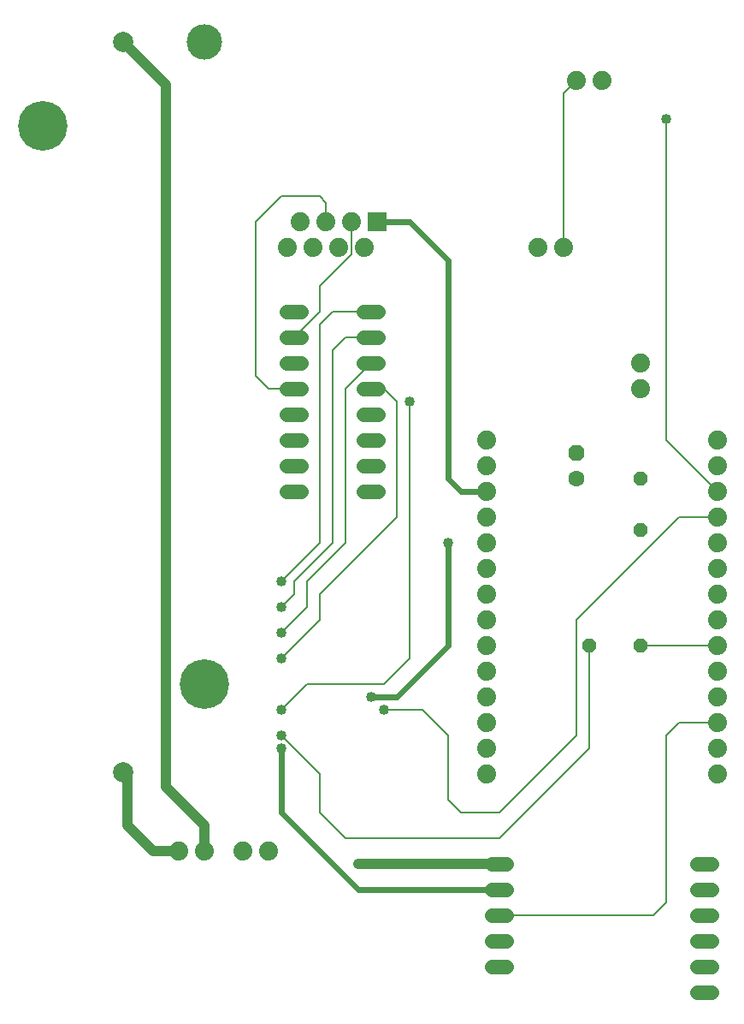
<source format=gbr>
G04 EAGLE Gerber X2 export*
%TF.Part,Single*%
%TF.FileFunction,Copper,L2,Bot,Mixed*%
%TF.FilePolarity,Positive*%
%TF.GenerationSoftware,Autodesk,EAGLE,9.1.3*%
%TF.CreationDate,2019-02-03T20:39:41Z*%
G75*
%MOMM*%
%FSLAX34Y34*%
%LPD*%
%AMOC8*
5,1,8,0,0,1.08239X$1,22.5*%
G01*
%ADD10C,1.879600*%
%ADD11C,1.422400*%
%ADD12C,4.900000*%
%ADD13C,3.500000*%
%ADD14C,2.000000*%
%ADD15R,1.879600X1.879600*%
%ADD16P,1.539592X8X112.500000*%
%ADD17P,1.732040X8X112.500000*%
%ADD18C,1.600200*%
%ADD19P,1.539592X8X202.500000*%
%ADD20C,1.016000*%
%ADD21C,0.203200*%
%ADD22C,1.016000*%
%ADD23C,0.609600*%


D10*
X342900Y12700D03*
X342900Y-12700D03*
X342900Y-38100D03*
X342900Y-63500D03*
X342900Y-88900D03*
X342900Y-114300D03*
X342900Y-139700D03*
X342900Y-165100D03*
X342900Y-190500D03*
X342900Y-215900D03*
X342900Y-241300D03*
X342900Y-266700D03*
X342900Y-292100D03*
X342900Y-317500D03*
X114300Y12700D03*
X114300Y-12700D03*
X114300Y-38100D03*
X114300Y-63500D03*
X114300Y-88900D03*
X114300Y-114300D03*
X114300Y-139700D03*
X114300Y-165100D03*
X114300Y-190500D03*
X114300Y-215900D03*
X114300Y-241300D03*
X114300Y-266700D03*
X114300Y-292100D03*
X114300Y-317500D03*
X266700Y88900D03*
X266700Y63500D03*
D11*
X134112Y-406400D02*
X119888Y-406400D01*
X119888Y-431800D02*
X134112Y-431800D01*
X134112Y-457200D02*
X119888Y-457200D01*
X119888Y-482600D02*
X134112Y-482600D01*
X134112Y-508000D02*
X119888Y-508000D01*
X323088Y-406400D02*
X337312Y-406400D01*
X337312Y-431800D02*
X323088Y-431800D01*
X323088Y-457200D02*
X337312Y-457200D01*
X337312Y-482600D02*
X323088Y-482600D01*
X323088Y-508000D02*
X337312Y-508000D01*
X337312Y-533400D02*
X323088Y-533400D01*
D12*
X-165100Y-228600D03*
D13*
X-165100Y406200D03*
D14*
X-245100Y406200D03*
D12*
X-325100Y323400D03*
D14*
X-245100Y-316000D03*
D10*
X-82550Y203200D03*
X-69850Y228600D03*
X-57150Y203200D03*
X-31750Y203200D03*
X-6350Y203200D03*
X-44450Y228600D03*
X-19050Y228600D03*
D15*
X6350Y228600D03*
D11*
X-69088Y139700D02*
X-83312Y139700D01*
X-83312Y114300D02*
X-69088Y114300D01*
X-69088Y38100D02*
X-83312Y38100D01*
X-83312Y12700D02*
X-69088Y12700D01*
X-69088Y88900D02*
X-83312Y88900D01*
X-83312Y63500D02*
X-69088Y63500D01*
X-69088Y-12700D02*
X-83312Y-12700D01*
X-83312Y-38100D02*
X-69088Y-38100D01*
X-7112Y-38100D02*
X7112Y-38100D01*
X7112Y-12700D02*
X-7112Y-12700D01*
X-7112Y12700D02*
X7112Y12700D01*
X7112Y38100D02*
X-7112Y38100D01*
X-7112Y63500D02*
X7112Y63500D01*
X7112Y88900D02*
X-7112Y88900D01*
X-7112Y114300D02*
X7112Y114300D01*
X7112Y139700D02*
X-7112Y139700D01*
D10*
X-190500Y-393700D03*
X-165100Y-393700D03*
X-127000Y-393700D03*
X-101600Y-393700D03*
X165100Y203200D03*
X190500Y203200D03*
D16*
X266700Y-76200D03*
X266700Y-25400D03*
D17*
X203200Y0D03*
D18*
X203200Y-25400D03*
D19*
X266700Y-190500D03*
X215900Y-190500D03*
D10*
X203200Y368300D03*
X228600Y368300D03*
D20*
X-241300Y-332500D02*
X-241300Y-355600D01*
X-241300Y-368300D02*
X-215900Y-393700D01*
X-190500Y-393700D01*
X-241300Y-368300D02*
X-241300Y-355600D01*
X-241300Y-332500D02*
X-241300Y-319800D01*
D21*
X-245100Y-316000D01*
X127000Y-457200D02*
X279400Y-457200D01*
X292100Y-444500D01*
X292100Y-279400D01*
X304800Y-266700D01*
X342900Y-266700D01*
D22*
X292100Y330200D03*
D21*
X292100Y12700D01*
X342900Y-38100D01*
D22*
X-88900Y-152400D03*
D21*
X-76200Y-139700D01*
X-76200Y-127000D01*
X-38100Y-88900D01*
X-38100Y101600D01*
X-25400Y114300D01*
X0Y114300D01*
D22*
X-88900Y-177800D03*
D21*
X-63500Y-152400D01*
X-63500Y-127000D01*
X-25400Y-88900D01*
X-25400Y63500D01*
X0Y88900D01*
D20*
X-203200Y364300D02*
X-245100Y406200D01*
X-203200Y-304800D02*
X-203200Y-330200D01*
X-203200Y-304800D02*
X-203200Y364300D01*
X-203200Y-330200D02*
X-165100Y-368300D01*
X-165100Y-393700D01*
D21*
X-19050Y228600D02*
X-19050Y234950D01*
X-50800Y139700D02*
X-76200Y114300D01*
X-50800Y139700D02*
X-50800Y165100D01*
X-19050Y196850D01*
X-19050Y228600D01*
X-76200Y63500D02*
X-101600Y63500D01*
X-114300Y76200D01*
X-114300Y228600D01*
X-88900Y254000D01*
X-50800Y254000D01*
X-44450Y247650D01*
X-44450Y228600D01*
X190500Y355600D02*
X203200Y368300D01*
X190500Y355600D02*
X190500Y203200D01*
D22*
X-88900Y-127000D03*
D21*
X-50800Y-88900D01*
X-50800Y127000D02*
X-38100Y139700D01*
X-50800Y127000D02*
X-50800Y-88900D01*
X-38100Y139700D02*
X0Y139700D01*
D22*
X-88900Y-203200D03*
D21*
X-50800Y-165100D01*
X-50800Y-139700D01*
X25400Y-63500D01*
X25400Y50800D02*
X12700Y63500D01*
X0Y63500D01*
X25400Y50800D02*
X25400Y-63500D01*
D22*
X-88900Y-254000D03*
D21*
X-63500Y-228600D01*
X12700Y-228600D01*
X38100Y-203200D01*
X38100Y50800D01*
D22*
X38100Y50800D03*
X-88900Y-279400D03*
D21*
X-50800Y-317500D02*
X-50800Y-355600D01*
X-25400Y-381000D01*
X215900Y-292100D02*
X215900Y-190500D01*
X-50800Y-317500D02*
X-88900Y-279400D01*
X-25400Y-381000D02*
X127000Y-381000D01*
X133350Y-374650D01*
X215900Y-292100D01*
D22*
X12700Y-254000D03*
D21*
X50800Y-254000D01*
X76200Y-279400D01*
X76200Y-342900D01*
X88900Y-355600D01*
X127000Y-355600D01*
X203200Y-279400D01*
X203200Y-165100D01*
X304800Y-63500D02*
X342900Y-63500D01*
X304800Y-63500D02*
X203200Y-165100D01*
D22*
X-12700Y-406400D03*
D20*
X127000Y-406400D01*
D23*
X114300Y-38100D02*
X88900Y-38100D01*
X76200Y-25400D01*
X76200Y190500D02*
X38100Y228600D01*
X6350Y228600D01*
X76200Y190500D02*
X76200Y-25400D01*
X127000Y-431800D02*
X-12700Y-431800D01*
X-88900Y-355600D02*
X-88900Y-317500D01*
D22*
X-88900Y-292100D03*
D23*
X-88900Y-355600D02*
X-12700Y-431800D01*
X-88900Y-317500D02*
X-88900Y-292100D01*
D21*
X266700Y-190500D02*
X342900Y-190500D01*
D22*
X0Y-241300D03*
D23*
X25400Y-241300D01*
X76200Y-190500D02*
X76200Y-88900D01*
D22*
X76200Y-88900D03*
D23*
X76200Y-190500D02*
X25400Y-241300D01*
M02*

</source>
